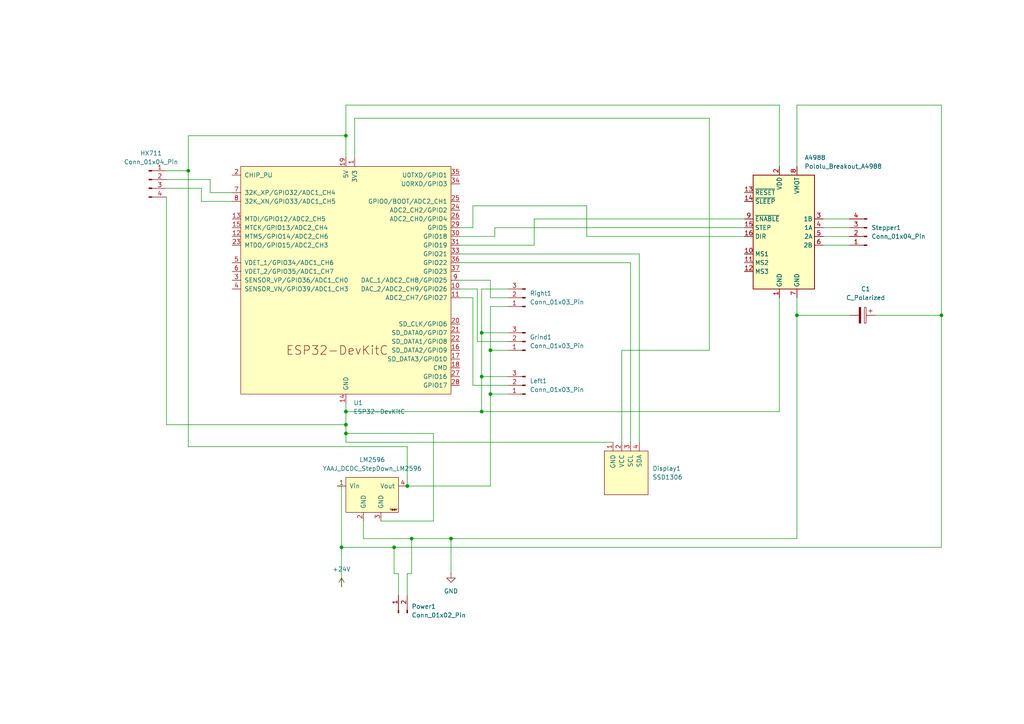
<source format=kicad_sch>
(kicad_sch (version 20231120) (generator "eeschema") (generator_version "8.0")
  (paper "A4")
  (lib_symbols
    (symbol "Connector:Conn_01x02_Pin" (pin_names (offset 1.016) hide)
      (property "Reference" "J" (at 0 2.54 0))
      (property "Value" "Conn_01x02_Pin" (at 0 -5.08 0))
      (symbol "Conn_01x02_Pin_1_1"
        (polyline (pts (xy 1.27 -2.54) (xy 0.8636 -2.54)) (stroke (width 0.1524)))
        (polyline (pts (xy 1.27 0) (xy 0.8636 0)) (stroke (width 0.1524)))
        (rectangle (start 0.8636 -2.413) (end 0 -2.667) (stroke (width 0.1524)) (fill (type outline)))
        (rectangle (start 0.8636 0.127) (end 0 -0.127) (stroke (width 0.1524)) (fill (type outline)))
        (pin passive line (at 5.08 0 180) (length 3.81) (name "Pin_1") (number "1"))
        (pin passive line (at 5.08 -2.54 180) (length 3.81) (name "Pin_2") (number "2"))
      )
    )
    (symbol "Connector:Conn_01x03_Pin" (pin_names (offset 1.016) hide)
      (property "Reference" "J" (at 0 5.08 0))
      (property "Value" "Conn_01x03_Pin" (at 0 -5.08 0))
      (symbol "Conn_01x03_Pin_1_1"
        (polyline (pts (xy 1.27 -2.54) (xy 0.8636 -2.54)) (stroke (width 0.1524)))
        (polyline (pts (xy 1.27 0) (xy 0.8636 0)) (stroke (width 0.1524)))
        (polyline (pts (xy 1.27 2.54) (xy 0.8636 2.54)) (stroke (width 0.1524)))
        (rectangle (start 0.8636 -2.413) (end 0 -2.667) (stroke (width 0.1524)) (fill (type outline)))
        (rectangle (start 0.8636 0.127) (end 0 -0.127) (stroke (width 0.1524)) (fill (type outline)))
        (rectangle (start 0.8636 2.667) (end 0 2.413) (stroke (width 0.1524)) (fill (type outline)))
        (pin passive line (at 5.08 2.54 180) (length 3.81) (name "Pin_1") (number "1"))
        (pin passive line (at 5.08 0 180) (length 3.81) (name "Pin_2") (number "2"))
        (pin passive line (at 5.08 -2.54 180) (length 3.81) (name "Pin_3") (number "3"))
      )
    )
    (symbol "Connector:Conn_01x04_Pin" (pin_names (offset 1.016) hide)
      (property "Reference" "J" (at 0 5.08 0))
      (property "Value" "Conn_01x04_Pin" (at 0 -7.62 0))
      (symbol "Conn_01x04_Pin_1_1"
        (polyline (pts (xy 1.27 -5.08) (xy 0.8636 -5.08)) (stroke (width 0.1524)))
        (polyline (pts (xy 1.27 -2.54) (xy 0.8636 -2.54)) (stroke (width 0.1524)))
        (polyline (pts (xy 1.27 0) (xy 0.8636 0)) (stroke (width 0.1524)))
        (polyline (pts (xy 1.27 2.54) (xy 0.8636 2.54)) (stroke (width 0.1524)))
        (rectangle (start 0.8636 -4.953) (end 0 -5.207) (stroke (width 0.1524)) (fill (type outline)))
        (rectangle (start 0.8636 -2.413) (end 0 -2.667) (stroke (width 0.1524)) (fill (type outline)))
        (rectangle (start 0.8636 0.127) (end 0 -0.127) (stroke (width 0.1524)) (fill (type outline)))
        (rectangle (start 0.8636 2.667) (end 0 2.413) (stroke (width 0.1524)) (fill (type outline)))
        (pin passive line (at 5.08 2.54 180) (length 3.81) (name "Pin_1") (number "1"))
        (pin passive line (at 5.08 0 180) (length 3.81) (name "Pin_2") (number "2"))
        (pin passive line (at 5.08 -2.54 180) (length 3.81) (name "Pin_3") (number "3"))
        (pin passive line (at 5.08 -5.08 180) (length 3.81) (name "Pin_4") (number "4"))
      )
    )
    (symbol "Device:C_Polarized" (pin_numbers hide) (pin_names (offset 0.254))
      (property "Reference" "C" (at 0.635 2.54 0))
      (property "Value" "C_Polarized" (at 0.635 -2.54 0))
      (symbol "C_Polarized_0_1"
        (rectangle (start -2.286 0.508) (end 2.286 1.016))
        (polyline (pts (xy -1.778 2.286) (xy -0.762 2.286)))
        (polyline (pts (xy -1.27 2.794) (xy -1.27 1.778)))
        (rectangle (start 2.286 -0.508) (end -2.286 -1.016) (fill (type outline)))
      )
      (symbol "C_Polarized_1_1"
        (pin passive line (at 0 3.81 270) (length 2.794) (name "~") (number "1"))
        (pin passive line (at 0 -3.81 90) (length 2.794) (name "~") (number "2"))
      )
    )
    (symbol "Display_Graphic:SSD1306" (pin_names (offset 1.016))
      (property "Reference" "Brd" (at 0 -3.81 0))
      (property "Value" "SSD1306" (at 0 -1.27 0))
      (symbol "SSD1306_0_1"
        (rectangle (start -6.35 6.35) (end 6.35 -6.35) (fill (type background)))
      )
      (symbol "SSD1306_1_1"
        (pin input line (at -3.81 8.89 270) (length 2.54) (name "GND") (number "1"))
        (pin input line (at -1.27 8.89 270) (length 2.54) (name "VCC") (number "2"))
        (pin input line (at 1.27 8.89 270) (length 2.54) (name "SCL") (number "3"))
        (pin input line (at 3.81 8.89 270) (length 2.54) (name "SDA") (number "4"))
      )
    )
    (symbol "Driver_Motor:Pololu_Breakout_A4988"
      (property "Reference" "A" (at -2.54 19.05 0))
      (property "Value" "Pololu_Breakout_A4988" (at -2.54 16.51 0))
      (symbol "Pololu_Breakout_A4988_0_1"
        (rectangle (start 10.16 -17.78) (end -7.62 15.24) (stroke (width 0.254)) (fill (type background)))
      )
      (symbol "Pololu_Breakout_A4988_1_1"
        (pin power_in line (at 0 -20.32 90) (length 2.54) (name "GND") (number "1"))
        (pin input line (at -10.16 -7.62 0) (length 2.54) (name "MS1") (number "10"))
        (pin input line (at -10.16 -10.16 0) (length 2.54) (name "MS2") (number "11"))
        (pin input line (at -10.16 -12.7 0) (length 2.54) (name "MS3") (number "12"))
        (pin input line (at -10.16 10.16 0) (length 2.54) (name "~{RESET}") (number "13"))
        (pin input line (at -10.16 7.62 0) (length 2.54) (name "~{SLEEP}") (number "14"))
        (pin input line (at -10.16 0 0) (length 2.54) (name "STEP") (number "15"))
        (pin input line (at -10.16 -2.54 0) (length 2.54) (name "DIR") (number "16"))
        (pin power_in line (at 0 17.78 270) (length 2.54) (name "VDD") (number "2"))
        (pin output line (at 12.7 2.54 180) (length 2.54) (name "1B") (number "3"))
        (pin output line (at 12.7 0 180) (length 2.54) (name "1A") (number "4"))
        (pin output line (at 12.7 -2.54 180) (length 2.54) (name "2A") (number "5"))
        (pin output line (at 12.7 -5.08 180) (length 2.54) (name "2B") (number "6"))
        (pin power_in line (at 5.08 -20.32 90) (length 2.54) (name "GND") (number "7"))
        (pin power_in line (at 5.08 17.78 270) (length 2.54) (name "VMOT") (number "8"))
        (pin input line (at -10.16 2.54 0) (length 2.54) (name "~{ENABLE}") (number "9"))
      )
    )
    (symbol "PCM_Espressif:ESP32-DevKitC" (pin_names (offset 1.016))
      (property "Reference" "U" (at -30.48 38.1 0))
      (property "Value" "ESP32-DevKitC" (at -30.48 35.56 0))
      (symbol "ESP32-DevKitC_0_0"
        (text "ESP32-DevKitC" (at -2.54 -20.32 0) (effects (font (size 2.54 2.54))))
        (pin power_in line (at 0 -35.56 90) (length 2.54) (name "GND") (number "14"))
        (pin power_in line (at 0 35.56 270) (length 2.54) (name "5V") (number "19"))
      )
      (symbol "ESP32-DevKitC_0_1"
        (rectangle (start -30.48 33.02) (end 30.48 -33.02) (fill (type background)))
      )
      (symbol "ESP32-DevKitC_1_1"
        (pin power_in line (at 2.54 35.56 270) (length 2.54) (name "3V3") (number "1"))
        (pin bidirectional line (at 33.02 -2.54 180) (length 2.54) (name "DAC_2/ADC2_CH9/GPIO26") (number "10"))
        (pin bidirectional line (at 33.02 -5.08 180) (length 2.54) (name "ADC2_CH7/GPIO27") (number "11"))
        (pin bidirectional line (at -33.02 12.7 0) (length 2.54) (name "MTMS/GPIO14/ADC2_CH6") (number "12"))
        (pin bidirectional line (at -33.02 17.78 0) (length 2.54) (name "MTDI/GPIO12/ADC2_CH5") (number "13"))
        (pin bidirectional line (at -33.02 15.24 0) (length 2.54) (name "MTCK/GPIO13/ADC2_CH4") (number "15"))
        (pin bidirectional line (at 33.02 -20.32 180) (length 2.54) (name "SD_DATA2/GPIO9") (number "16"))
        (pin bidirectional line (at 33.02 -22.86 180) (length 2.54) (name "SD_DATA3/GPIO10") (number "17"))
        (pin bidirectional line (at 33.02 -25.4 180) (length 2.54) (name "CMD") (number "18"))
        (pin input line (at -33.02 30.48 0) (length 2.54) (name "CHIP_PU") (number "2"))
        (pin bidirectional line (at 33.02 -12.7 180) (length 2.54) (name "SD_CLK/GPIO6") (number "20"))
        (pin bidirectional line (at 33.02 -15.24 180) (length 2.54) (name "SD_DATA0/GPIO7") (number "21"))
        (pin bidirectional line (at 33.02 -17.78 180) (length 2.54) (name "SD_DATA1/GPIO8") (number "22"))
        (pin bidirectional line (at -33.02 10.16 0) (length 2.54) (name "MTDO/GPIO15/ADC2_CH3") (number "23"))
        (pin bidirectional line (at 33.02 20.32 180) (length 2.54) (name "ADC2_CH2/GPIO2") (number "24"))
        (pin bidirectional line (at 33.02 22.86 180) (length 2.54) (name "GPIO0/BOOT/ADC2_CH1") (number "25"))
        (pin bidirectional line (at 33.02 17.78 180) (length 2.54) (name "ADC2_CH0/GPIO4") (number "26"))
        (pin bidirectional line (at 33.02 -27.94 180) (length 2.54) (name "GPIO16") (number "27"))
        (pin bidirectional line (at 33.02 -30.48 180) (length 2.54) (name "GPIO17") (number "28"))
        (pin bidirectional line (at 33.02 15.24 180) (length 2.54) (name "GPIO5") (number "29"))
        (pin input line (at -33.02 0 0) (length 2.54) (name "SENSOR_VP/GPIO36/ADC1_CH0") (number "3"))
        (pin bidirectional line (at 33.02 12.7 180) (length 2.54) (name "GPIO18") (number "30"))
        (pin bidirectional line (at 33.02 10.16 180) (length 2.54) (name "GPIO19") (number "31"))
        (pin passive line (at 0 -35.56 90) (length 2.54) hide (name "GND") (number "32"))
        (pin bidirectional line (at 33.02 7.62 180) (length 2.54) (name "GPIO21") (number "33"))
        (pin bidirectional line (at 33.02 27.94 180) (length 2.54) (name "U0RXD/GPIO3") (number "34"))
        (pin bidirectional line (at 33.02 30.48 180) (length 2.54) (name "U0TXD/GPIO1") (number "35"))
        (pin bidirectional line (at 33.02 5.08 180) (length 2.54) (name "GPIO22") (number "36"))
        (pin bidirectional line (at 33.02 2.54 180) (length 2.54) (name "GPIO23") (number "37"))
        (pin passive line (at 0 -35.56 90) (length 2.54) hide (name "GND") (number "38"))
        (pin input line (at -33.02 -2.54 0) (length 2.54) (name "SENSOR_VN/GPIO39/ADC1_CH3") (number "4"))
        (pin input line (at -33.02 5.08 0) (length 2.54) (name "VDET_1/GPIO34/ADC1_CH6") (number "5"))
        (pin input line (at -33.02 2.54 0) (length 2.54) (name "VDET_2/GPIO35/ADC1_CH7") (number "6"))
        (pin bidirectional line (at -33.02 25.4 0) (length 2.54) (name "32K_XP/GPIO32/ADC1_CH4") (number "7"))
        (pin bidirectional line (at -33.02 22.86 0) (length 2.54) (name "32K_XN/GPIO33/ADC1_CH5") (number "8"))
        (pin bidirectional line (at 33.02 0 180) (length 2.54) (name "DAC_1/ADC2_CH8/GPIO25") (number "9"))
      )
    )
    (symbol "Regulator_Switching:YAAJ_DCDC_StepDown_LM2596" (pin_names (offset 1.016))
      (property "Reference" "U" (at -5.08 6.35 0))
      (property "Value" "YAAJ_DCDC_StepDown_LM2596" (at 0 11.43 0))
      (symbol "YAAJ_DCDC_StepDown_LM2596_0_1"
        (rectangle (start -7.62 5.08) (end 7.62 -5.08) (fill (type background)))
      )
      (symbol "YAAJ_DCDC_StepDown_LM2596_1_1"
        (text "Y@@V" (at 6.1976 -4.2672 0) (effects (font (size 0.508 0.508))))
        (pin power_in line (at -10.16 2.54 0) (length 2.54) (name "Vin") (number "1"))
        (pin power_in line (at -2.54 -7.62 90) (length 2.54) (name "GND") (number "2"))
        (pin power_in line (at 2.54 -7.62 90) (length 2.54) (name "GND") (number "3"))
        (pin power_out line (at 10.16 2.54 180) (length 2.54) (name "Vout") (number "4"))
      )
    )
    (symbol "power:+24V" (power) (pin_numbers hide) (pin_names (offset 0) hide)
      (property "Value" "+24V" (at 0 3.556 0))
      (symbol "+24V_0_1"
        (polyline (pts (xy -0.762 1.27) (xy 0 2.54)))
        (polyline (pts (xy 0 0) (xy 0 2.54)))
        (polyline (pts (xy 0 2.54) (xy 0.762 1.27)))
      )
      (symbol "+24V_1_1"
        (pin power_in line (at 0 0 90) (length 0) (name "~") (number "1"))
      )
    )
    (symbol "power:GND" (power) (pin_numbers hide) (pin_names (offset 0) hide)
      (property "Value" "GND" (at 0 -3.81 0))
      (symbol "GND_0_1"
        (polyline (pts (xy 0 0) (xy 0 -1.27) (xy 1.27 -1.27) (xy 0 -2.54) (xy -1.27 -1.27) (xy 0 -1.27)))
      )
      (symbol "GND_1_1"
        (pin power_in line (at 0 0 270) (length 0) (name "~") (number "1"))
      )
    )
  )
  (junction (at 139.7 119.38))
  (junction (at 100.33 119.38))
  (junction (at 100.33 125.73))
  (junction (at 54.61 49.53))
  (junction (at 100.33 39.37))
  (junction (at 142.24 101.6))
  (junction (at 100.33 123.19))
  (junction (at 273.05 91.44))
  (junction (at 231.14 91.44))
  (junction (at 139.7 109.22))
  (junction (at 119.38 156.21))
  (junction (at 118.11 140.97))
  (junction (at 142.24 114.3))
  (junction (at 130.81 156.21))
  (junction (at 139.7 96.52))
  (junction (at 99.06 158.75))
  (junction (at 114.3 158.75))
  (wire (pts (xy 254 91.44) (xy 273.05 91.44)))
  (wire (pts (xy 105.41 151.13) (xy 105.41 156.21)))
  (wire (pts (xy 48.26 123.19) (xy 100.33 123.19)))
  (wire (pts (xy 238.76 66.04) (xy 246.38 66.04)))
  (wire (pts (xy 143.51 68.58) (xy 133.35 68.58)))
  (wire (pts (xy 147.32 96.52) (xy 139.7 96.52)))
  (wire (pts (xy 182.88 76.2) (xy 182.88 128.27)))
  (wire (pts (xy 238.76 68.58) (xy 246.38 68.58)))
  (wire (pts (xy 119.38 156.21) (xy 105.41 156.21)))
  (wire (pts (xy 231.14 30.48) (xy 273.05 30.48)))
  (wire (pts (xy 110.49 151.13) (xy 125.73 151.13)))
  (wire (pts (xy 60.96 52.07) (xy 60.96 55.88)))
  (wire (pts (xy 154.94 71.12) (xy 133.35 71.12)))
  (wire (pts (xy 142.24 81.28) (xy 133.35 81.28)))
  (wire (pts (xy 137.16 59.69) (xy 137.16 66.04)))
  (wire (pts (xy 114.3 158.75) (xy 99.06 158.75)))
  (wire (pts (xy 273.05 91.44) (xy 273.05 158.75)))
  (wire (pts (xy 48.26 49.53) (xy 54.61 49.53)))
  (wire (pts (xy 100.33 119.38) (xy 100.33 123.19)))
  (wire (pts (xy 139.7 109.22) (xy 139.7 119.38)))
  (wire (pts (xy 58.42 58.42) (xy 67.31 58.42)))
  (wire (pts (xy 118.11 140.97) (xy 118.11 129.54)))
  (wire (pts (xy 130.81 156.21) (xy 119.38 156.21)))
  (wire (pts (xy 215.9 68.58) (xy 170.18 68.58)))
  (wire (pts (xy 119.38 156.21) (xy 119.38 166.37)))
  (wire (pts (xy 273.05 30.48) (xy 273.05 91.44)))
  (wire (pts (xy 147.32 86.36) (xy 142.24 86.36)))
  (wire (pts (xy 147.32 88.9) (xy 142.24 88.9)))
  (wire (pts (xy 100.33 123.19) (xy 100.33 125.73)))
  (wire (pts (xy 54.61 49.53) (xy 54.61 39.37)))
  (wire (pts (xy 133.35 73.66) (xy 185.42 73.66)))
  (wire (pts (xy 60.96 55.88) (xy 67.31 55.88)))
  (wire (pts (xy 226.06 30.48) (xy 226.06 48.26)))
  (wire (pts (xy 138.43 99.06) (xy 138.43 83.82)))
  (wire (pts (xy 231.14 86.36) (xy 231.14 91.44)))
  (wire (pts (xy 231.14 156.21) (xy 130.81 156.21)))
  (wire (pts (xy 147.32 99.06) (xy 138.43 99.06)))
  (wire (pts (xy 130.81 156.21) (xy 130.81 166.37)))
  (wire (pts (xy 231.14 91.44) (xy 246.38 91.44)))
  (wire (pts (xy 180.34 128.27) (xy 180.34 101.6)))
  (wire (pts (xy 99.06 140.97) (xy 97.79 140.97)))
  (wire (pts (xy 102.87 34.29) (xy 102.87 45.72)))
  (wire (pts (xy 137.16 86.36) (xy 133.35 86.36)))
  (wire (pts (xy 118.11 166.37) (xy 119.38 166.37)))
  (wire (pts (xy 226.06 86.36) (xy 226.06 119.38)))
  (wire (pts (xy 238.76 63.5) (xy 246.38 63.5)))
  (wire (pts (xy 205.74 34.29) (xy 102.87 34.29)))
  (wire (pts (xy 99.06 158.75) (xy 99.06 140.97)))
  (wire (pts (xy 147.32 83.82) (xy 139.7 83.82)))
  (wire (pts (xy 137.16 111.76) (xy 137.16 86.36)))
  (wire (pts (xy 125.73 125.73) (xy 100.33 125.73)))
  (wire (pts (xy 118.11 140.97) (xy 142.24 140.97)))
  (wire (pts (xy 142.24 114.3) (xy 142.24 140.97)))
  (wire (pts (xy 143.51 66.04) (xy 143.51 68.58)))
  (wire (pts (xy 142.24 101.6) (xy 142.24 114.3)))
  (wire (pts (xy 180.34 101.6) (xy 205.74 101.6)))
  (wire (pts (xy 170.18 68.58) (xy 170.18 59.69)))
  (wire (pts (xy 48.26 52.07) (xy 60.96 52.07)))
  (wire (pts (xy 147.32 111.76) (xy 137.16 111.76)))
  (wire (pts (xy 133.35 76.2) (xy 182.88 76.2)))
  (wire (pts (xy 115.57 166.37) (xy 114.3 166.37)))
  (wire (pts (xy 99.06 158.75) (xy 99.06 170.18)))
  (wire (pts (xy 100.33 125.73) (xy 100.33 128.27)))
  (wire (pts (xy 118.11 129.54) (xy 54.61 129.54)))
  (wire (pts (xy 170.18 59.69) (xy 137.16 59.69)))
  (wire (pts (xy 231.14 91.44) (xy 231.14 156.21)))
  (wire (pts (xy 154.94 63.5) (xy 154.94 71.12)))
  (wire (pts (xy 114.3 158.75) (xy 114.3 166.37)))
  (wire (pts (xy 139.7 83.82) (xy 139.7 96.52)))
  (wire (pts (xy 48.26 54.61) (xy 58.42 54.61)))
  (wire (pts (xy 238.76 71.12) (xy 246.38 71.12)))
  (wire (pts (xy 54.61 129.54) (xy 54.61 49.53)))
  (wire (pts (xy 142.24 88.9) (xy 142.24 101.6)))
  (wire (pts (xy 100.33 30.48) (xy 100.33 39.37)))
  (wire (pts (xy 115.57 172.72) (xy 115.57 166.37)))
  (wire (pts (xy 118.11 172.72) (xy 118.11 166.37)))
  (wire (pts (xy 142.24 101.6) (xy 147.32 101.6)))
  (wire (pts (xy 147.32 109.22) (xy 139.7 109.22)))
  (wire (pts (xy 139.7 119.38) (xy 226.06 119.38)))
  (wire (pts (xy 215.9 63.5) (xy 154.94 63.5)))
  (wire (pts (xy 205.74 101.6) (xy 205.74 34.29)))
  (wire (pts (xy 231.14 30.48) (xy 231.14 48.26)))
  (wire (pts (xy 125.73 151.13) (xy 125.73 125.73)))
  (wire (pts (xy 142.24 114.3) (xy 147.32 114.3)))
  (wire (pts (xy 100.33 116.84) (xy 100.33 119.38)))
  (wire (pts (xy 138.43 83.82) (xy 133.35 83.82)))
  (wire (pts (xy 58.42 54.61) (xy 58.42 58.42)))
  (wire (pts (xy 100.33 119.38) (xy 139.7 119.38)))
  (wire (pts (xy 139.7 96.52) (xy 139.7 109.22)))
  (wire (pts (xy 100.33 39.37) (xy 100.33 45.72)))
  (wire (pts (xy 137.16 66.04) (xy 133.35 66.04)))
  (wire (pts (xy 48.26 57.15) (xy 48.26 123.19)))
  (wire (pts (xy 185.42 73.66) (xy 185.42 128.27)))
  (wire (pts (xy 142.24 86.36) (xy 142.24 81.28)))
  (wire (pts (xy 177.8 128.27) (xy 100.33 128.27)))
  (wire (pts (xy 54.61 39.37) (xy 100.33 39.37)))
  (wire (pts (xy 226.06 30.48) (xy 100.33 30.48)))
  (wire (pts (xy 273.05 158.75) (xy 114.3 158.75)))
  (wire (pts (xy 215.9 66.04) (xy 143.51 66.04)))
  (symbol (lib_id "Regulator_Switching:YAAJ_DCDC_StepDown_LM2596") (at 107.95 143.51 0) (unit 1)
    (property "Reference" "LM2596" (at 107.95 133.35 0))
    (property "Value" "YAAJ_DCDC_StepDown_LM2596" (at 107.95 135.89 0))
    (property "Footprint" "Module:YAAJ_DCDC_StepDown_LM2596" (effects (hide yes)))
    (property "Description" "module : adjustable step down module 3.2V-40V to 1.25V-35V 3A" (effects (hide yes)))
  )
  (symbol (lib_id "PCM_Espressif:ESP32-DevKitC") (at 100.33 81.28 0) (unit 1)
    (property "Reference" "U1" (at 102.5241 116.84 0) (effects (justify left)))
    (property "Value" "ESP32-DevKitC" (at 102.5241 119.38 0) (effects (justify left)))
    (property "Footprint" "PCM_Espressif:ESP32-DevKitC" (effects (hide yes)))
    (property "Datasheet" "https://docs.espressif.com/projects/esp-idf/zh_CN/latest/esp32/hw-reference/esp32/get-started-devkitc.html" (effects (hide yes)))
    (property "Description" "Development Kit" (effects (hide yes)))
  )
  (symbol (lib_id "power:+24V") (at 99.06 170.18 0) (unit 1)
    (property "Reference" "#PWR01" (effects (hide yes)))
    (property "Value" "+24V" (at 99.06 165.1 0))
    (property "Description" "Power symbol creates a global label with name \"+24V\"" (effects (hide yes)))
  )
  (symbol (lib_id "Display_Graphic:SSD1306") (at 181.61 137.16 0) (unit 1)
    (property "Reference" "Display1" (at 189.23 135.8899 0) (effects (justify left)))
    (property "Value" "SSD1306" (at 189.23 138.4299 0) (effects (justify left)))
    (property "Footprint" "Connector_JST:JST_PH_B4B-PH-K_1x04_P2.00mm_Vertical" (effects (hide yes)))
  )
  (symbol (lib_id "Connector:Conn_01x03_Pin") (at 152.4 111.76 180) (unit 1)
    (property "Reference" "Left1" (at 153.67 110.4899 0) (effects (justify right)))
    (property "Value" "Conn_01x03_Pin" (at 153.67 113.0299 0) (effects (justify right)))
    (property "Footprint" "Connector_JST:JST_PH_B3B-PH-K_1x03_P2.00mm_Vertical" (effects (hide yes)))
    (property "Description" "Generic connector, single row, 01x03, script generated" (effects (hide yes)))
  )
  (symbol (lib_id "Connector:Conn_01x03_Pin") (at 152.4 99.06 180) (unit 1)
    (property "Reference" "Grind1" (at 153.67 97.7899 0) (effects (justify right)))
    (property "Value" "Conn_01x03_Pin" (at 153.67 100.3299 0) (effects (justify right)))
    (property "Footprint" "Connector_JST:JST_PH_B3B-PH-K_1x03_P2.00mm_Vertical" (effects (hide yes)))
    (property "Description" "Generic connector, single row, 01x03, script generated" (effects (hide yes)))
  )
  (symbol (lib_id "Driver_Motor:Pololu_Breakout_A4988") (at 226.06 66.04 0) (unit 1)
    (property "Reference" "A4988" (at 233.3341 45.72 0) (effects (justify left)))
    (property "Value" "Pololu_Breakout_A4988" (at 233.3341 48.26 0) (effects (justify left)))
    (property "Footprint" "Module:Pololu_Breakout-16_15.2x20.3mm" (effects (hide yes)))
    (property "Datasheet" "https://www.pololu.com/product/2980/pictures" (effects (hide yes)))
    (property "Description" "Pololu Breakout Board, Stepper Driver A4988" (effects (hide yes)))
  )
  (symbol (lib_id "Connector:Conn_01x04_Pin") (at 43.18 52.07 0) (unit 1)
    (property "Reference" "HX711" (at 43.815 44.45 0))
    (property "Value" "Conn_01x04_Pin" (at 43.815 46.99 0))
    (property "Footprint" "Connector_JST:JST_PH_B4B-PH-K_1x04_P2.00mm_Vertical" (effects (hide yes)))
    (property "Description" "Generic connector, single row, 01x04, script generated" (effects (hide yes)))
  )
  (symbol (lib_id "power:GND") (at 130.81 166.37 0) (unit 1)
    (property "Reference" "#PWR02" (effects (hide yes)))
    (property "Value" "GND" (at 130.81 171.45 0))
    (property "Description" "Power symbol creates a global label with name \"GND\" , ground" (effects (hide yes)))
  )
  (symbol (lib_id "Device:C_Polarized") (at 250.19 91.44 270) (unit 1)
    (property "Reference" "C1" (at 251.079 83.82 90))
    (property "Value" "C_Polarized" (at 251.079 86.36 90))
    (property "Footprint" "Capacitor_THT:CP_Radial_D10.0mm_P7.50mm" (effects (hide yes)))
    (property "Description" "Polarized capacitor" (effects (hide yes)))
  )
  (symbol (lib_id "Connector:Conn_01x03_Pin") (at 152.4 86.36 180) (unit 1)
    (property "Reference" "Right1" (at 153.67 85.0899 0) (effects (justify right)))
    (property "Value" "Conn_01x03_Pin" (at 153.67 87.6299 0) (effects (justify right)))
    (property "Footprint" "Connector_JST:JST_PH_B3B-PH-K_1x03_P2.00mm_Vertical" (effects (hide yes)))
    (property "Description" "Generic connector, single row, 01x03, script generated" (effects (hide yes)))
  )
  (symbol (lib_id "Connector:Conn_01x04_Pin") (at 251.46 68.58 180) (unit 1)
    (property "Reference" "Stepper1" (at 252.73 66.0399 0) (effects (justify right)))
    (property "Value" "Conn_01x04_Pin" (at 252.73 68.5799 0) (effects (justify right)))
    (property "Footprint" "Connector_JST:JST_PH_B4B-PH-K_1x04_P2.00mm_Vertical" (effects (hide yes)))
    (property "Description" "Generic connector, single row, 01x04, script generated" (effects (hide yes)))
  )
  (symbol (lib_id "Connector:Conn_01x02_Pin") (at 115.57 177.8 90) (unit 1)
    (property "Reference" "Power1" (at 119.38 175.8949 90) (effects (justify right)))
    (property "Value" "Conn_01x02_Pin" (at 119.38 178.4349 90) (effects (justify right)))
    (property "Footprint" "Connector_JST:JST_PH_B2B-PH-K_1x02_P2.00mm_Vertical" (effects (hide yes)))
    (property "Description" "Generic connector, single row, 01x02, script generated" (effects (hide yes)))
  )
)
</source>
